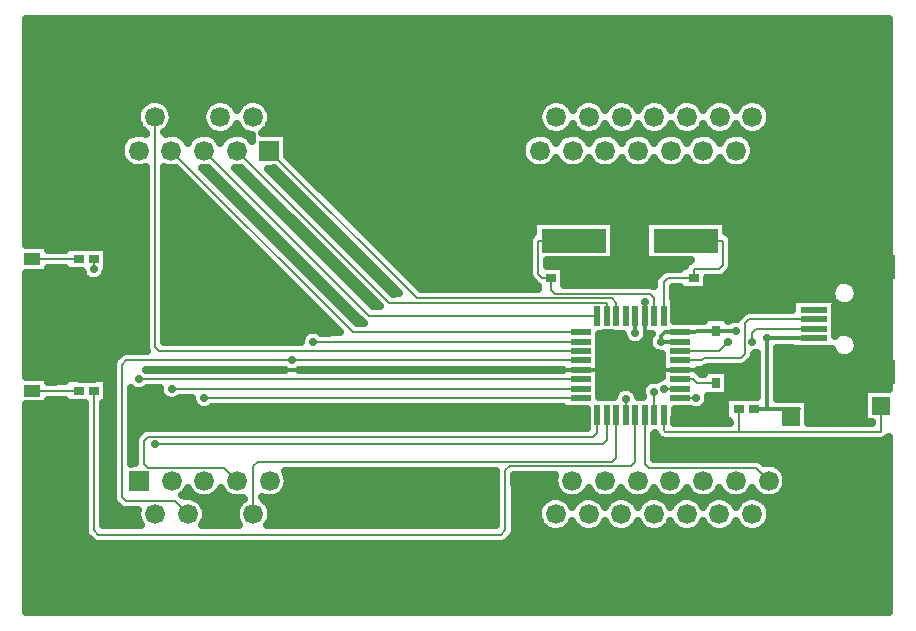
<source format=gbr>
G04 DipTrace 2.4.0.2*
%INTop.gbr*%
%MOIN*%
%ADD13C,0.0118*%
%ADD14C,0.0079*%
%ADD15C,0.025*%
%ADD16R,0.0276X0.0354*%
%ADD17R,0.0354X0.0276*%
%ADD18R,0.063X0.063*%
%ADD19C,0.063*%
%ADD21R,0.0906X0.0197*%
%ADD22R,0.0984X0.0787*%
%ADD23R,0.0571X0.0394*%
%ADD24R,0.0665X0.0665*%
%ADD25R,0.0591X0.0591*%
%ADD26C,0.0665*%
%ADD27C,0.1874*%
%ADD28C,0.189*%
%ADD30R,0.0197X0.0669*%
%ADD31R,0.0669X0.0197*%
%ADD33R,0.2165X0.0787*%
%ADD34C,0.0276*%
%FSLAX44Y44*%
G04*
G70*
G90*
G75*
G01*
%LNTop*%
%LPD*%
X22806Y12376D2*
D13*
X21749D1*
X24932Y14187D2*
Y14622D1*
X24936Y14626D1*
X26113Y12376D2*
X26874D1*
X26937Y12438D1*
X11935Y12376D2*
X13623D1*
X22806D2*
X23436D1*
X23561Y12251D1*
Y11751D1*
X24932Y14187D2*
Y13068D1*
X25499Y12501D1*
X26113Y12376D2*
X25624D1*
X25499Y12501D1*
X4499Y16062D2*
D14*
X5446D1*
X6062D1*
X4499Y11687D2*
X5446D1*
X6062D1*
X6574Y15727D2*
Y16062D1*
X24302Y11411D2*
Y10880D1*
X24617D2*
Y9315D1*
X24479Y9177D1*
X20430D1*
X20292Y9039D1*
Y7026D1*
X20154Y6888D1*
X6712D1*
X6574Y7026D1*
Y11687D1*
X26645Y11431D2*
X26113D1*
X25582Y11746D2*
X26113D1*
X25247Y11648D2*
Y10880D1*
X29062Y8687D2*
X28631Y9118D1*
X25070D1*
X24932Y9256D1*
Y10880D1*
X25562D2*
Y10375D1*
X25624Y10313D1*
X32812D1*
Y11188D1*
Y10313D2*
X28062D1*
Y11063D1*
X22806Y12691D2*
X13189D1*
X7644D1*
X7506Y12553D1*
Y8138D1*
X7644Y8000D1*
X9280D1*
X9711Y7569D1*
X12424Y19687D2*
X17353Y14758D1*
X23849D1*
X23987Y14620D1*
Y14187D1*
X11334Y19687D2*
X16401Y14620D1*
X23672D1*
Y14187D1*
X10243Y19687D2*
X15743Y14187D1*
X23357D1*
X9153Y19687D2*
X15204Y13636D1*
X22806D1*
X13882Y13321D2*
X22806D1*
X8607Y20805D2*
Y13144D1*
X8745Y13006D1*
X22806D1*
X8075Y12061D2*
X22806D1*
X9165Y11746D2*
X22806D1*
X10256Y11431D2*
X22806D1*
X11346Y8687D2*
X10915Y9118D1*
X8384D1*
X8246Y9256D1*
Y10014D1*
X8384Y10152D1*
X23220D1*
X23357Y10289D1*
Y10880D1*
X8620Y9915D2*
X23534D1*
X23672Y10053D1*
Y10880D1*
X11892Y7569D2*
Y9177D1*
X12030Y9315D1*
X23849D1*
X23987Y9453D1*
Y10880D1*
X26113Y12061D2*
X26546D1*
X26670Y11937D1*
X27312D1*
X30570Y14065D2*
X28417D1*
X28279Y13927D1*
Y12921D1*
X28142Y12783D1*
X26925D1*
X26833Y12691D1*
X26113D1*
X27706Y13293D2*
X27418Y13006D1*
X26113D1*
X28516Y13293D2*
Y13612D1*
X28653Y13750D1*
X30570D1*
X27984Y13687D2*
D13*
X27312D1*
X30570Y13435D2*
X29011D1*
X24617Y13596D2*
Y14187D1*
X25470Y13321D2*
X26113D1*
Y13636D2*
X25608D1*
X25470Y13498D1*
Y13321D1*
X27312Y13687D2*
X26676D1*
X26625Y13636D1*
X26113D1*
X29011Y13435D2*
Y11063D1*
X28574D1*
X30062D1*
X29812Y10813D1*
X22562Y16687D2*
D14*
X21381D1*
Y15575D1*
X21519Y15437D1*
X21812D1*
Y15033D1*
X21950Y14896D1*
X25109D1*
X25247Y14758D1*
Y14187D1*
X26302Y16687D2*
X27542D1*
Y15870D1*
X27405Y15732D1*
X26562D1*
Y15437D1*
X25700D1*
X25562Y15299D1*
Y14187D1*
D34*
X10872Y14938D3*
X8997D3*
Y18126D3*
Y16126D3*
X12562Y14937D3*
X12123Y16126D3*
X10497Y18876D3*
X12873Y16439D3*
X12935Y17501D3*
X11623Y18876D3*
X12748D3*
X13560Y18064D3*
X16623Y15001D3*
X15935Y14563D3*
X15248Y14126D3*
X13560Y16939D3*
X21749Y12376D3*
X17873D3*
X13623D3*
X11935D3*
X8560D3*
X8622Y11438D3*
Y10438D3*
X9685Y11313D3*
Y10438D3*
X10685Y10750D3*
X11998D3*
X12935Y10625D3*
X17998D3*
X22936D3*
X6434Y16876D3*
X8997Y13438D3*
X11998D3*
X13498D3*
Y14813D3*
X24936Y14626D3*
X26187Y14938D3*
Y14063D3*
X26937Y12438D3*
X28624Y12938D3*
X27749Y10625D3*
X25937Y10688D3*
X22374Y18001D3*
X24874D3*
X24374Y15563D3*
X13560Y15813D3*
X4309Y24064D3*
X33062D3*
Y4312D3*
X4309D3*
X7810Y9250D3*
X25624Y18001D3*
X27999D3*
X25749Y9625D3*
X7872Y7375D3*
X6997Y8500D3*
X23561Y11751D3*
X24061Y13501D3*
X25499Y12501D3*
X6574Y15727D3*
X24302Y11411D3*
X26645Y11431D3*
X25582Y11746D3*
X25247Y11648D3*
X13189Y12691D3*
X13882Y13321D3*
X8075Y12061D3*
X9165Y11746D3*
X10256Y11431D3*
X8620Y9915D3*
X27706Y13293D3*
X28516D3*
X27984Y13687D3*
X29011Y13435D3*
X25470Y13321D3*
X24617Y13596D3*
X4337Y23813D2*
D15*
X33039D1*
X4337Y23565D2*
X33039D1*
X4337Y23316D2*
X33039D1*
X4337Y23067D2*
X33039D1*
X4337Y22819D2*
X33039D1*
X4337Y22570D2*
X33039D1*
X4337Y22321D2*
X33039D1*
X4337Y22073D2*
X33039D1*
X4337Y21824D2*
X33039D1*
X4337Y21575D2*
X33039D1*
X4337Y21326D2*
X8289D1*
X8925D2*
X10473D1*
X11105D2*
X11562D1*
X12194D2*
X21664D1*
X22300D2*
X22758D1*
X23390D2*
X23848D1*
X24480D2*
X24937D1*
X25569D2*
X26027D1*
X26663D2*
X27117D1*
X27753D2*
X28207D1*
X28843D2*
X33039D1*
X4337Y21078D2*
X8051D1*
X9163D2*
X10230D1*
X12437D2*
X21426D1*
X29081D2*
X33039D1*
X4337Y20829D2*
X7984D1*
X9230D2*
X10168D1*
X12499D2*
X21359D1*
X29148D2*
X33039D1*
X4337Y20580D2*
X8027D1*
X9187D2*
X10211D1*
X12456D2*
X21402D1*
X29105D2*
X33039D1*
X4337Y20332D2*
X8219D1*
X8995D2*
X10398D1*
X11179D2*
X11488D1*
X12269D2*
X21594D1*
X22370D2*
X22683D1*
X23464D2*
X23773D1*
X24554D2*
X24863D1*
X25644D2*
X25957D1*
X26733D2*
X27047D1*
X27823D2*
X28137D1*
X28913D2*
X33039D1*
X4337Y20083D2*
X7590D1*
X9624D2*
X9770D1*
X10714D2*
X10862D1*
X13046D2*
X20965D1*
X21909D2*
X22055D1*
X22999D2*
X23145D1*
X24089D2*
X24237D1*
X25183D2*
X25328D1*
X26273D2*
X26418D1*
X27362D2*
X27505D1*
X28452D2*
X33039D1*
X4337Y19834D2*
X7457D1*
X13046D2*
X20832D1*
X28585D2*
X33039D1*
X4337Y19586D2*
X7449D1*
X13046D2*
X20824D1*
X28593D2*
X33039D1*
X4337Y19337D2*
X7555D1*
X13230D2*
X20930D1*
X28491D2*
X33039D1*
X4337Y19088D2*
X8277D1*
X8937D2*
X9297D1*
X10206D2*
X10387D1*
X11296D2*
X11476D1*
X12386D2*
X12566D1*
X13480D2*
X33039D1*
X4337Y18840D2*
X8277D1*
X8937D2*
X9547D1*
X10456D2*
X10637D1*
X11546D2*
X11726D1*
X12636D2*
X12816D1*
X13726D2*
X33039D1*
X4337Y18591D2*
X8277D1*
X8937D2*
X9793D1*
X10702D2*
X10883D1*
X11796D2*
X11976D1*
X12886D2*
X13066D1*
X13976D2*
X33039D1*
X4337Y18342D2*
X8277D1*
X8937D2*
X10043D1*
X10952D2*
X11133D1*
X12042D2*
X12223D1*
X13132D2*
X13312D1*
X14226D2*
X33039D1*
X4337Y18094D2*
X8277D1*
X8937D2*
X10293D1*
X11202D2*
X11383D1*
X12292D2*
X12473D1*
X13382D2*
X13562D1*
X14472D2*
X33039D1*
X4337Y17845D2*
X8277D1*
X8937D2*
X10539D1*
X11448D2*
X11629D1*
X12542D2*
X12723D1*
X13632D2*
X13812D1*
X14722D2*
X33039D1*
X4337Y17596D2*
X8277D1*
X8937D2*
X10789D1*
X11698D2*
X11879D1*
X12788D2*
X12969D1*
X13878D2*
X14058D1*
X14972D2*
X33039D1*
X4337Y17347D2*
X8277D1*
X8937D2*
X11035D1*
X11948D2*
X12129D1*
X13038D2*
X13219D1*
X14128D2*
X14308D1*
X15218D2*
X33039D1*
X4337Y17099D2*
X8277D1*
X8937D2*
X11285D1*
X12194D2*
X12375D1*
X13288D2*
X13469D1*
X14378D2*
X14558D1*
X15468D2*
X21191D1*
X23933D2*
X24930D1*
X27675D2*
X33039D1*
X4337Y16850D2*
X8277D1*
X8937D2*
X11535D1*
X12444D2*
X12625D1*
X13534D2*
X13715D1*
X14624D2*
X14805D1*
X15718D2*
X21098D1*
X23933D2*
X24930D1*
X27823D2*
X33039D1*
X4337Y16601D2*
X8277D1*
X8937D2*
X11781D1*
X12694D2*
X12875D1*
X13784D2*
X13965D1*
X14874D2*
X15055D1*
X15964D2*
X21051D1*
X23933D2*
X24930D1*
X27870D2*
X33039D1*
X7042Y16353D2*
X8277D1*
X8937D2*
X12031D1*
X12941D2*
X13121D1*
X14034D2*
X14215D1*
X15124D2*
X15305D1*
X16214D2*
X21051D1*
X23933D2*
X24930D1*
X27870D2*
X33039D1*
X7042Y16104D2*
X8277D1*
X8937D2*
X12281D1*
X13191D2*
X13371D1*
X14280D2*
X14461D1*
X15370D2*
X15551D1*
X16464D2*
X21051D1*
X23933D2*
X24930D1*
X27870D2*
X33039D1*
X7042Y15855D2*
X8277D1*
X8937D2*
X12527D1*
X13441D2*
X13621D1*
X14530D2*
X14711D1*
X15620D2*
X15801D1*
X16710D2*
X21051D1*
X21710D2*
X26258D1*
X27870D2*
X33039D1*
X5073Y15607D2*
X6164D1*
X6983D2*
X8277D1*
X8937D2*
X12777D1*
X13687D2*
X13867D1*
X14780D2*
X14961D1*
X15870D2*
X16051D1*
X16960D2*
X21051D1*
X22280D2*
X25414D1*
X27733D2*
X33039D1*
X4337Y15358D2*
X6391D1*
X6757D2*
X8277D1*
X8937D2*
X13027D1*
X13937D2*
X14117D1*
X15026D2*
X15207D1*
X16116D2*
X16297D1*
X17210D2*
X21144D1*
X22280D2*
X25238D1*
X27030D2*
X31453D1*
X31733D2*
X33039D1*
X4337Y15109D2*
X8277D1*
X8937D2*
X13273D1*
X14187D2*
X14367D1*
X15276D2*
X15457D1*
X16366D2*
X16547D1*
X17456D2*
X21344D1*
X25890D2*
X26094D1*
X27030D2*
X31164D1*
X32023D2*
X33039D1*
X4337Y14861D2*
X8277D1*
X8937D2*
X13523D1*
X14433D2*
X14613D1*
X15526D2*
X15703D1*
X25890D2*
X31133D1*
X32054D2*
X33039D1*
X4337Y14612D2*
X8277D1*
X8937D2*
X13773D1*
X14683D2*
X14863D1*
X15773D2*
X15953D1*
X25948D2*
X29828D1*
X31925D2*
X33039D1*
X4337Y14363D2*
X8277D1*
X8937D2*
X14019D1*
X14933D2*
X15113D1*
X25948D2*
X28332D1*
X31312D2*
X33039D1*
X4337Y14115D2*
X8277D1*
X8937D2*
X14269D1*
X15179D2*
X15359D1*
X25948D2*
X26883D1*
X27741D2*
X28016D1*
X31312D2*
X33039D1*
X4337Y13866D2*
X8277D1*
X8937D2*
X14519D1*
X31312D2*
X33039D1*
X4337Y13617D2*
X8277D1*
X8937D2*
X13586D1*
X31761D2*
X33039D1*
X4337Y13368D2*
X8277D1*
X8937D2*
X13457D1*
X23429D2*
X24262D1*
X32026D2*
X33039D1*
X4337Y13120D2*
X8277D1*
X23429D2*
X25098D1*
X32054D2*
X33039D1*
X4337Y12871D2*
X7367D1*
X23429D2*
X25488D1*
X29358D2*
X31273D1*
X31913D2*
X33039D1*
X4337Y12622D2*
X7183D1*
X23429D2*
X25488D1*
X28437D2*
X28664D1*
X29358D2*
X33039D1*
X4337Y12374D2*
X7176D1*
X8355D2*
X12918D1*
X13460D2*
X22183D1*
X23429D2*
X25488D1*
X26737D2*
X26887D1*
X27741D2*
X28664D1*
X29358D2*
X33039D1*
X5073Y12125D2*
X7176D1*
X23429D2*
X25422D1*
X27741D2*
X28664D1*
X29358D2*
X33039D1*
X7042Y11876D2*
X7176D1*
X23429D2*
X24891D1*
X27741D2*
X28664D1*
X29358D2*
X33039D1*
X7042Y11628D2*
X7176D1*
X7835D2*
X8754D1*
X23429D2*
X23937D1*
X24667D2*
X24820D1*
X27741D2*
X28664D1*
X29358D2*
X32226D1*
X5073Y11379D2*
X5594D1*
X7042D2*
X7176D1*
X7835D2*
X8976D1*
X9355D2*
X9832D1*
X27069D2*
X27594D1*
X30417D2*
X32226D1*
X4337Y11130D2*
X6246D1*
X6901D2*
X7176D1*
X7835D2*
X9965D1*
X26937D2*
X27594D1*
X30417D2*
X32226D1*
X4337Y10882D2*
X6246D1*
X6901D2*
X7176D1*
X7835D2*
X22969D1*
X25948D2*
X27594D1*
X30417D2*
X32226D1*
X4337Y10633D2*
X6246D1*
X6901D2*
X7176D1*
X7835D2*
X22969D1*
X25948D2*
X27734D1*
X30417D2*
X32226D1*
X4337Y10384D2*
X6246D1*
X6901D2*
X7176D1*
X7835D2*
X8164D1*
X4337Y10135D2*
X6246D1*
X6901D2*
X7176D1*
X4337Y9887D2*
X6246D1*
X6901D2*
X7176D1*
X25261D2*
X33039D1*
X4337Y9638D2*
X6246D1*
X6901D2*
X7176D1*
X25261D2*
X33039D1*
X4337Y9389D2*
X6246D1*
X6901D2*
X7176D1*
X28792D2*
X33039D1*
X4337Y9141D2*
X6246D1*
X6901D2*
X7176D1*
X29476D2*
X33039D1*
X4337Y8892D2*
X6246D1*
X6901D2*
X7176D1*
X13023D2*
X19961D1*
X29648D2*
X33039D1*
X4337Y8643D2*
X6246D1*
X6901D2*
X7176D1*
X13058D2*
X19961D1*
X20620D2*
X21898D1*
X29683D2*
X33039D1*
X4337Y8395D2*
X6246D1*
X6901D2*
X7176D1*
X12983D2*
X19961D1*
X20620D2*
X21973D1*
X29608D2*
X33039D1*
X4337Y8146D2*
X6246D1*
X6901D2*
X7176D1*
X10534D2*
X11066D1*
X12714D2*
X19961D1*
X20620D2*
X21793D1*
X29339D2*
X33039D1*
X4337Y7897D2*
X6246D1*
X6901D2*
X7293D1*
X10233D2*
X11367D1*
X12417D2*
X19961D1*
X20620D2*
X21449D1*
X29042D2*
X33039D1*
X4337Y7649D2*
X6246D1*
X6901D2*
X8004D1*
X10327D2*
X11273D1*
X12507D2*
X19961D1*
X20620D2*
X21355D1*
X29132D2*
X33039D1*
X4337Y7400D2*
X6246D1*
X6901D2*
X8023D1*
X10308D2*
X11293D1*
X12491D2*
X19961D1*
X20620D2*
X21375D1*
X29116D2*
X33039D1*
X4337Y7151D2*
X6246D1*
X20620D2*
X21519D1*
X22425D2*
X22613D1*
X23515D2*
X23703D1*
X24608D2*
X24793D1*
X25698D2*
X25883D1*
X26788D2*
X26973D1*
X27878D2*
X28066D1*
X28968D2*
X33039D1*
X4337Y6903D2*
X6269D1*
X20597D2*
X33039D1*
X4337Y6654D2*
X6492D1*
X20374D2*
X33039D1*
X4337Y6405D2*
X33039D1*
X4337Y6156D2*
X33039D1*
X4337Y5908D2*
X33039D1*
X4337Y5659D2*
X33039D1*
X4337Y5410D2*
X33039D1*
X4337Y5162D2*
X33039D1*
X4337Y4913D2*
X33039D1*
X4337Y4664D2*
X33039D1*
X4337Y4416D2*
X33039D1*
X27034Y12379D2*
X27715D1*
Y11495D1*
X27039D1*
X27047Y11431D1*
X27028Y11308D1*
X26972Y11197D1*
X26885Y11108D1*
X26775Y11050D1*
X26652Y11028D1*
X26529Y11045D1*
X26463Y11068D1*
X25928D1*
X25925Y10616D1*
X27761Y10617D1*
X27754Y10660D1*
X27620D1*
Y11466D1*
X28504Y11462D1*
X28690Y11466D1*
X28687Y12688D1*
Y12926D1*
X28581Y12901D1*
X28544Y12770D1*
X28495Y12706D1*
X28357Y12568D1*
X28249Y12500D1*
X28142Y12479D1*
X27048Y12476D1*
X26978Y12424D1*
X26913Y12397D1*
X26833Y12387D1*
X26712D1*
X26709Y12328D1*
X26795Y12243D1*
X26909Y12245D1*
Y12379D1*
X27034D1*
Y14129D2*
X27715D1*
Y14008D1*
X27840Y14063D1*
X27961Y14089D1*
X28019Y14083D1*
X28064Y14142D1*
X28202Y14280D1*
X28310Y14349D1*
X28417Y14369D1*
X29851D1*
X29852Y14743D1*
X31192D1*
X31173Y14795D1*
X31152Y14917D1*
X31165Y15041D1*
X31213Y15156D1*
X31291Y15254D1*
X31393Y15325D1*
X31511Y15366D1*
X31635Y15371D1*
X31756Y15342D1*
X31865Y15281D1*
X31951Y15191D1*
X32009Y15081D1*
X32036Y14931D1*
X32018Y14808D1*
X31967Y14694D1*
X31886Y14600D1*
X31782Y14531D1*
X31663Y14495D1*
X31538Y14493D1*
X31418Y14526D1*
X31309Y14594D1*
X31288Y14493D1*
X31284Y14017D1*
X31288Y13613D1*
X31291Y13521D1*
X31393Y13593D1*
X31511Y13633D1*
X31635Y13639D1*
X31756Y13610D1*
X31865Y13548D1*
X31951Y13459D1*
X32009Y13349D1*
X32036Y13199D1*
X32018Y13076D1*
X31967Y12962D1*
X31886Y12867D1*
X31782Y12799D1*
X31663Y12762D1*
X31538Y12760D1*
X31418Y12793D1*
X31312Y12858D1*
X31228Y12951D1*
X31172Y13066D1*
X31038Y13072D1*
X29852D1*
Y13115D1*
X29445Y13111D1*
X29332D1*
X29335Y12560D1*
Y11392D1*
X30392Y11393D1*
Y10615D1*
X32511Y10617D1*
X32497Y10628D1*
X32252D1*
Y11748D1*
X33061D1*
X33062Y24062D1*
X4312D1*
Y16527D1*
X4824Y16524D1*
X5050D1*
Y16364D1*
X5622Y16366D1*
X5620Y16465D1*
X6504Y16461D1*
X6757Y16465D1*
X7016D1*
Y15659D1*
X6973D1*
X6957Y15604D1*
X6901Y15493D1*
X6814Y15404D1*
X6704Y15346D1*
X6581Y15325D1*
X6458Y15342D1*
X6346Y15395D1*
X6255Y15481D1*
X6195Y15590D1*
X6181Y15663D1*
X6132D1*
X5879Y15659D1*
X5620D1*
Y15757D1*
X5051Y15758D1*
X5050Y15600D1*
X4312D1*
Y12152D1*
X4824Y12149D1*
X5050D1*
Y11989D1*
X5622Y11991D1*
X5620Y12090D1*
X6504Y12086D1*
X6757Y12090D1*
X7016D1*
Y11284D1*
X6879D1*
X6878Y7191D1*
X8153Y7192D1*
X8075Y7324D1*
X8036Y7442D1*
X8022Y7566D1*
X8036Y7694D1*
X7644Y7696D1*
X7519Y7723D1*
X7428Y7785D1*
X7291Y7923D1*
X7222Y8030D1*
X7202Y8138D1*
Y12553D1*
X7229Y12678D1*
X7291Y12768D1*
X7428Y12906D1*
X7536Y12975D1*
X7644Y12995D1*
X8343D1*
X8314Y13064D1*
X8303Y13144D1*
Y19140D1*
X8126Y19093D1*
X8001D1*
X7879Y19118D1*
X7765Y19169D1*
X7663Y19242D1*
X7580Y19334D1*
X7517Y19442D1*
X7478Y19561D1*
X7464Y19685D1*
X7477Y19809D1*
X7515Y19928D1*
X7577Y20036D1*
X7660Y20129D1*
X7760Y20203D1*
X7874Y20254D1*
X7996Y20281D1*
X8121Y20282D1*
X8243Y20257D1*
X8304Y20230D1*
X8303Y20288D1*
X8209Y20360D1*
X8125Y20452D1*
X8062Y20560D1*
X8023Y20679D1*
X8010Y20803D1*
X8022Y20927D1*
X8060Y21046D1*
X8122Y21154D1*
X8205Y21247D1*
X8306Y21321D1*
X8419Y21372D1*
X8541Y21399D1*
X8666Y21400D1*
X8788Y21375D1*
X8903Y21325D1*
X9004Y21252D1*
X9088Y21160D1*
X9151Y21052D1*
X9191Y20934D1*
X9205Y20805D1*
X9192Y20681D1*
X9153Y20562D1*
X9091Y20454D1*
X9008Y20361D1*
X8910Y20290D1*
X8965Y20254D1*
X9087Y20281D1*
X9211Y20282D1*
X9334Y20257D1*
X9448Y20207D1*
X9549Y20134D1*
X9633Y20042D1*
X9698Y19930D1*
X9758Y20036D1*
X9841Y20129D1*
X9942Y20203D1*
X10055Y20254D1*
X10177Y20281D1*
X10302Y20282D1*
X10424Y20257D1*
X10538Y20207D1*
X10640Y20134D1*
X10724Y20042D1*
X10788Y19930D1*
X10849Y20036D1*
X10932Y20129D1*
X11032Y20203D1*
X11146Y20254D1*
X11268Y20281D1*
X11392Y20282D1*
X11515Y20257D1*
X11629Y20207D1*
X11730Y20134D1*
X11828Y20018D1*
X11827Y20210D1*
X11696Y20236D1*
X11582Y20287D1*
X11480Y20360D1*
X11397Y20452D1*
X11333Y20564D1*
X11272Y20454D1*
X11189Y20361D1*
X11088Y20288D1*
X10974Y20237D1*
X10852Y20211D1*
X10727D1*
X10605Y20236D1*
X10491Y20287D1*
X10390Y20360D1*
X10306Y20452D1*
X10243Y20560D1*
X10204Y20679D1*
X10191Y20803D1*
X10203Y20927D1*
X10241Y21046D1*
X10303Y21154D1*
X10386Y21247D1*
X10487Y21321D1*
X10601Y21372D1*
X10722Y21399D1*
X10847Y21400D1*
X10969Y21375D1*
X11084Y21325D1*
X11185Y21252D1*
X11269Y21160D1*
X11334Y21049D1*
X11394Y21154D1*
X11477Y21247D1*
X11577Y21321D1*
X11691Y21372D1*
X11813Y21399D1*
X11938Y21400D1*
X12060Y21375D1*
X12174Y21325D1*
X12276Y21252D1*
X12360Y21160D1*
X12423Y21052D1*
X12462Y20934D1*
X12477Y20805D1*
X12464Y20681D1*
X12425Y20562D1*
X12363Y20454D1*
X12279Y20361D1*
X12168Y20283D1*
X13022Y20285D1*
Y19523D1*
X14761Y17781D1*
X17481Y15060D1*
X21373Y15062D1*
X21368Y15173D1*
X21304Y15222D1*
X21166Y15360D1*
X21097Y15467D1*
X21077Y15575D1*
Y16687D1*
X21102Y16809D1*
X21194Y16926D1*
X21214Y17028D1*
Y17346D1*
X23910D1*
Y16028D1*
X21687D1*
X21685Y15839D1*
X22254Y15840D1*
Y15203D1*
X23200Y15200D1*
X25109D1*
X25234Y15172D1*
X25258Y15187D1*
Y15299D1*
X25285Y15424D1*
X25347Y15514D1*
X25485Y15652D1*
X25592Y15721D1*
X25700Y15741D1*
X26118D1*
X26120Y15840D1*
X26280D1*
X26355Y15955D1*
X26485Y16026D1*
X24955Y16028D1*
Y17346D1*
X27650D1*
Y16975D1*
X27765Y16894D1*
X27836Y16767D1*
X27847Y16687D1*
Y15870D1*
X27819Y15745D1*
X27757Y15655D1*
X27620Y15517D1*
X27512Y15448D1*
X27405Y15428D1*
X27002D1*
X27004Y15034D1*
X26120D1*
Y15132D1*
X25863Y15133D1*
X25866Y14787D1*
X25925D1*
Y14001D1*
X26588Y13999D1*
X26676Y14011D1*
X26907D1*
X26909Y14129D1*
X27034D1*
X5050Y11379D2*
Y11225D1*
X4312D1*
Y4312D1*
X33062D1*
Y10136D1*
X33019Y10090D1*
X32909Y10025D1*
X32812Y10009D1*
X25624D1*
X25499Y10036D1*
X25424Y10083D1*
X25310Y10205D1*
X25281Y10258D1*
X25236Y10255D1*
Y9423D1*
X28631Y9422D1*
X28756Y9395D1*
X28846Y9333D1*
X28915Y9264D1*
X28996Y9281D1*
X29121Y9282D1*
X29243Y9257D1*
X29357Y9207D1*
X29459Y9134D1*
X29543Y9042D1*
X29606Y8934D1*
X29646Y8816D1*
X29660Y8687D1*
X29647Y8563D1*
X29608Y8444D1*
X29546Y8336D1*
X29462Y8243D1*
X29362Y8170D1*
X29248Y8119D1*
X29126Y8093D1*
X29001D1*
X28879Y8118D1*
X28765Y8169D1*
X28663Y8242D1*
X28580Y8334D1*
X28516Y8446D1*
X28455Y8336D1*
X28372Y8243D1*
X28271Y8170D1*
X28157Y8119D1*
X28035Y8093D1*
X27910D1*
X27788Y8118D1*
X27674Y8169D1*
X27573Y8242D1*
X27489Y8334D1*
X27425Y8446D1*
X27365Y8336D1*
X27281Y8243D1*
X27180Y8170D1*
X27066Y8119D1*
X26944Y8093D1*
X26820D1*
X26698Y8118D1*
X26584Y8169D1*
X26482Y8242D1*
X26399Y8334D1*
X26335Y8446D1*
X26274Y8336D1*
X26191Y8243D1*
X26090Y8170D1*
X25976Y8119D1*
X25854Y8093D1*
X25729D1*
X25607Y8118D1*
X25493Y8169D1*
X25392Y8242D1*
X25308Y8334D1*
X25244Y8446D1*
X25184Y8336D1*
X25100Y8243D1*
X24999Y8170D1*
X24885Y8119D1*
X24763Y8093D1*
X24639D1*
X24517Y8118D1*
X24402Y8169D1*
X24301Y8242D1*
X24217Y8334D1*
X24154Y8446D1*
X24093Y8336D1*
X24010Y8243D1*
X23909Y8170D1*
X23795Y8119D1*
X23673Y8093D1*
X23548D1*
X23426Y8118D1*
X23312Y8169D1*
X23211Y8242D1*
X23127Y8334D1*
X23063Y8446D1*
X23002Y8336D1*
X22919Y8243D1*
X22818Y8170D1*
X22704Y8119D1*
X22582Y8093D1*
X22458D1*
X22335Y8118D1*
X22221Y8169D1*
X22120Y8242D1*
X22036Y8334D1*
X21974Y8442D1*
X21935Y8561D1*
X21921Y8685D1*
X21934Y8809D1*
X21954Y8872D1*
X20593Y8873D1*
X20596Y8164D1*
Y7026D1*
X20569Y6901D1*
X20507Y6810D1*
X20369Y6673D1*
X20262Y6604D1*
X20154Y6584D1*
X6712D1*
X6587Y6611D1*
X6496Y6673D1*
X6359Y6810D1*
X6290Y6918D1*
X6270Y7026D1*
X6266Y11284D1*
X6132Y11288D1*
X5879Y11284D1*
X5620D1*
Y11382D1*
X5051Y11383D1*
X7809Y9285D2*
X7942D1*
Y10014D1*
X7969Y10139D1*
X8031Y10229D1*
X8169Y10367D1*
X8276Y10435D1*
X8384Y10456D1*
X22997D1*
X22994Y11066D1*
X22207Y11068D1*
Y11126D1*
X10521Y11127D1*
X10386Y11050D1*
X10263Y11028D1*
X10140Y11045D1*
X10028Y11099D1*
X9937Y11185D1*
X9877Y11294D1*
X9853Y11416D1*
X9857Y11443D1*
X9427Y11442D1*
X9296Y11365D1*
X9173Y11343D1*
X9050Y11360D1*
X8937Y11414D1*
X8847Y11500D1*
X8787Y11609D1*
X8763Y11731D1*
X8766Y11758D1*
X8341Y11757D1*
X8205Y11680D1*
X8082Y11658D1*
X7959Y11675D1*
X7847Y11729D1*
X7810Y11764D1*
Y9284D1*
X9709Y8441D2*
X9649Y8336D1*
X9566Y8243D1*
X9506Y8200D1*
X9645Y8163D1*
X9769Y8164D1*
X9892Y8138D1*
X10006Y8088D1*
X10107Y8016D1*
X10192Y7924D1*
X10255Y7816D1*
X10294Y7698D1*
X10308Y7569D1*
X10295Y7445D1*
X10257Y7326D1*
X10171Y7192D1*
X11426D1*
X11347Y7324D1*
X11308Y7442D1*
X11294Y7566D1*
X11307Y7691D1*
X11345Y7809D1*
X11407Y7918D1*
X11490Y8011D1*
X11587Y8083D1*
X11532Y8119D1*
X11410Y8093D1*
X11285D1*
X11163Y8118D1*
X11049Y8169D1*
X10948Y8242D1*
X10864Y8334D1*
X10800Y8446D1*
X10740Y8336D1*
X10656Y8243D1*
X10555Y8170D1*
X10441Y8119D1*
X10319Y8093D1*
X10195D1*
X10073Y8118D1*
X9958Y8169D1*
X9857Y8242D1*
X9774Y8334D1*
X9710Y8446D1*
X13022Y8563D2*
X12983Y8444D1*
X12921Y8336D1*
X12837Y8243D1*
X12736Y8170D1*
X12623Y8119D1*
X12501Y8093D1*
X12376D1*
X12254Y8118D1*
X12193Y8145D1*
X12288Y8016D1*
X12373Y7924D1*
X12436Y7816D1*
X12475Y7698D1*
X12489Y7569D1*
X12476Y7445D1*
X12438Y7326D1*
X12352Y7192D1*
X19989D1*
X19988Y9014D1*
X19599Y9011D1*
X12939D1*
X12981Y8934D1*
X13021Y8816D1*
X13035Y8687D1*
X13022Y8563D1*
X22518Y7323D2*
X22457Y7218D1*
X22374Y7125D1*
X22273Y7052D1*
X22159Y7001D1*
X22037Y6975D1*
X21912Y6974D1*
X21790Y7000D1*
X21676Y7051D1*
X21575Y7124D1*
X21491Y7216D1*
X21428Y7324D1*
X21389Y7442D1*
X21376Y7566D1*
X21388Y7691D1*
X21426Y7809D1*
X21488Y7918D1*
X21571Y8011D1*
X21672Y8085D1*
X21786Y8136D1*
X21907Y8163D1*
X22032Y8164D1*
X22154Y8138D1*
X22269Y8088D1*
X22370Y8016D1*
X22454Y7924D1*
X22519Y7812D1*
X22579Y7918D1*
X22662Y8011D1*
X22762Y8085D1*
X22876Y8136D1*
X22998Y8163D1*
X23123Y8164D1*
X23245Y8138D1*
X23359Y8088D1*
X23461Y8016D1*
X23545Y7924D1*
X23609Y7812D1*
X23669Y7918D1*
X23752Y8011D1*
X23853Y8085D1*
X23967Y8136D1*
X24089Y8163D1*
X24213Y8164D1*
X24336Y8138D1*
X24450Y8088D1*
X24551Y8016D1*
X24635Y7924D1*
X24700Y7812D1*
X24760Y7918D1*
X24843Y8011D1*
X24944Y8085D1*
X25057Y8136D1*
X25179Y8163D1*
X25304Y8164D1*
X25426Y8138D1*
X25540Y8088D1*
X25642Y8016D1*
X25726Y7924D1*
X25790Y7812D1*
X25850Y7918D1*
X25933Y8011D1*
X26034Y8085D1*
X26148Y8136D1*
X26270Y8163D1*
X26394Y8164D1*
X26517Y8138D1*
X26631Y8088D1*
X26732Y8016D1*
X26817Y7924D1*
X26881Y7812D1*
X26941Y7918D1*
X27024Y8011D1*
X27125Y8085D1*
X27238Y8136D1*
X27360Y8163D1*
X27485Y8164D1*
X27607Y8138D1*
X27721Y8088D1*
X27823Y8016D1*
X27907Y7924D1*
X27971Y7812D1*
X28032Y7918D1*
X28115Y8011D1*
X28215Y8085D1*
X28329Y8136D1*
X28451Y8163D1*
X28576Y8164D1*
X28698Y8138D1*
X28812Y8088D1*
X28913Y8016D1*
X28998Y7924D1*
X29061Y7816D1*
X29100Y7698D1*
X29114Y7569D1*
X29101Y7445D1*
X29063Y7326D1*
X29000Y7218D1*
X28917Y7125D1*
X28816Y7052D1*
X28702Y7001D1*
X28580Y6975D1*
X28456Y6974D1*
X28333Y7000D1*
X28219Y7051D1*
X28118Y7124D1*
X28034Y7216D1*
X27970Y7328D1*
X27910Y7218D1*
X27827Y7125D1*
X27726Y7052D1*
X27612Y7001D1*
X27490Y6975D1*
X27365Y6974D1*
X27243Y7000D1*
X27129Y7051D1*
X27028Y7124D1*
X26944Y7216D1*
X26880Y7328D1*
X26819Y7218D1*
X26736Y7125D1*
X26635Y7052D1*
X26521Y7001D1*
X26399Y6975D1*
X26274Y6974D1*
X26152Y7000D1*
X26038Y7051D1*
X25937Y7124D1*
X25853Y7216D1*
X25789Y7328D1*
X25729Y7218D1*
X25645Y7125D1*
X25545Y7052D1*
X25431Y7001D1*
X25309Y6975D1*
X25184Y6974D1*
X25062Y7000D1*
X24948Y7051D1*
X24847Y7124D1*
X24763Y7216D1*
X24699Y7328D1*
X24638Y7218D1*
X24555Y7125D1*
X24454Y7052D1*
X24340Y7001D1*
X24218Y6975D1*
X24093Y6974D1*
X23971Y7000D1*
X23857Y7051D1*
X23756Y7124D1*
X23672Y7216D1*
X23608Y7328D1*
X23548Y7218D1*
X23464Y7125D1*
X23363Y7052D1*
X23250Y7001D1*
X23128Y6975D1*
X23003Y6974D1*
X22881Y7000D1*
X22767Y7051D1*
X22665Y7124D1*
X22582Y7216D1*
X22518Y7328D1*
X28565Y19563D2*
X28526Y19444D1*
X28464Y19336D1*
X28381Y19243D1*
X28280Y19170D1*
X28166Y19119D1*
X28044Y19093D1*
X27919D1*
X27797Y19118D1*
X27683Y19169D1*
X27582Y19242D1*
X27498Y19334D1*
X27434Y19446D1*
X27374Y19336D1*
X27290Y19243D1*
X27189Y19170D1*
X27075Y19119D1*
X26953Y19093D1*
X26829D1*
X26706Y19118D1*
X26592Y19169D1*
X26491Y19242D1*
X26407Y19334D1*
X26343Y19446D1*
X26283Y19336D1*
X26200Y19243D1*
X26099Y19170D1*
X25985Y19119D1*
X25863Y19093D1*
X25738D1*
X25616Y19118D1*
X25502Y19169D1*
X25401Y19242D1*
X25317Y19334D1*
X25253Y19446D1*
X25192Y19336D1*
X25109Y19243D1*
X25008Y19170D1*
X24894Y19119D1*
X24772Y19093D1*
X24647D1*
X24525Y19118D1*
X24411Y19169D1*
X24310Y19242D1*
X24226Y19334D1*
X24162Y19446D1*
X24102Y19336D1*
X24018Y19243D1*
X23918Y19170D1*
X23804Y19119D1*
X23682Y19093D1*
X23557D1*
X23435Y19118D1*
X23321Y19169D1*
X23220Y19242D1*
X23136Y19334D1*
X23072Y19446D1*
X23011Y19336D1*
X22928Y19243D1*
X22827Y19170D1*
X22713Y19119D1*
X22591Y19093D1*
X22466D1*
X22344Y19118D1*
X22230Y19169D1*
X22129Y19242D1*
X22045Y19334D1*
X21981Y19446D1*
X21921Y19336D1*
X21837Y19243D1*
X21736Y19170D1*
X21623Y19119D1*
X21501Y19093D1*
X21376D1*
X21254Y19118D1*
X21140Y19169D1*
X21038Y19242D1*
X20955Y19334D1*
X20892Y19442D1*
X20853Y19561D1*
X20839Y19685D1*
X20852Y19809D1*
X20890Y19928D1*
X20952Y20036D1*
X21035Y20129D1*
X21135Y20203D1*
X21249Y20254D1*
X21371Y20281D1*
X21496Y20282D1*
X21618Y20257D1*
X21732Y20207D1*
X21834Y20134D1*
X21918Y20042D1*
X21982Y19930D1*
X22042Y20036D1*
X22125Y20129D1*
X22226Y20203D1*
X22340Y20254D1*
X22462Y20281D1*
X22586Y20282D1*
X22709Y20257D1*
X22823Y20207D1*
X22924Y20134D1*
X23008Y20042D1*
X23073Y19930D1*
X23133Y20036D1*
X23216Y20129D1*
X23317Y20203D1*
X23430Y20254D1*
X23552Y20281D1*
X23677Y20282D1*
X23799Y20257D1*
X23913Y20207D1*
X24015Y20134D1*
X24099Y20042D1*
X24163Y19930D1*
X24223Y20036D1*
X24307Y20129D1*
X24407Y20203D1*
X24521Y20254D1*
X24643Y20281D1*
X24767Y20282D1*
X24890Y20257D1*
X25004Y20207D1*
X25105Y20134D1*
X25190Y20042D1*
X25254Y19930D1*
X25314Y20036D1*
X25397Y20129D1*
X25498Y20203D1*
X25611Y20254D1*
X25733Y20281D1*
X25858Y20282D1*
X25980Y20257D1*
X26095Y20207D1*
X26196Y20134D1*
X26280Y20042D1*
X26345Y19930D1*
X26405Y20036D1*
X26488Y20129D1*
X26588Y20203D1*
X26702Y20254D1*
X26824Y20281D1*
X26949Y20282D1*
X27071Y20257D1*
X27185Y20207D1*
X27287Y20134D1*
X27371Y20042D1*
X27435Y19930D1*
X27495Y20036D1*
X27578Y20129D1*
X27679Y20203D1*
X27792Y20254D1*
X27914Y20281D1*
X28039Y20282D1*
X28161Y20257D1*
X28276Y20207D1*
X28377Y20134D1*
X28461Y20042D1*
X28524Y19934D1*
X28564Y19816D1*
X28578Y19687D1*
X28565Y19563D1*
X29110Y20681D2*
X29072Y20562D1*
X29009Y20454D1*
X28926Y20361D1*
X28825Y20288D1*
X28711Y20237D1*
X28589Y20211D1*
X28464D1*
X28342Y20236D1*
X28228Y20287D1*
X28127Y20360D1*
X28043Y20452D1*
X27979Y20564D1*
X27919Y20454D1*
X27835Y20361D1*
X27735Y20288D1*
X27621Y20237D1*
X27499Y20211D1*
X27374D1*
X27252Y20236D1*
X27138Y20287D1*
X27036Y20360D1*
X26953Y20452D1*
X26889Y20564D1*
X26828Y20454D1*
X26745Y20361D1*
X26644Y20288D1*
X26530Y20237D1*
X26408Y20211D1*
X26283D1*
X26161Y20236D1*
X26047Y20287D1*
X25946Y20360D1*
X25862Y20452D1*
X25798Y20564D1*
X25738Y20454D1*
X25654Y20361D1*
X25553Y20288D1*
X25440Y20237D1*
X25318Y20211D1*
X25193D1*
X25071Y20236D1*
X24957Y20287D1*
X24855Y20360D1*
X24772Y20452D1*
X24708Y20564D1*
X24647Y20454D1*
X24564Y20361D1*
X24463Y20288D1*
X24349Y20237D1*
X24227Y20211D1*
X24102D1*
X23980Y20236D1*
X23866Y20287D1*
X23765Y20360D1*
X23681Y20452D1*
X23617Y20564D1*
X23557Y20454D1*
X23473Y20361D1*
X23372Y20288D1*
X23258Y20237D1*
X23136Y20211D1*
X23012D1*
X22890Y20236D1*
X22775Y20287D1*
X22674Y20360D1*
X22590Y20452D1*
X22527Y20564D1*
X22466Y20454D1*
X22383Y20361D1*
X22282Y20288D1*
X22168Y20237D1*
X22046Y20211D1*
X21921D1*
X21799Y20236D1*
X21685Y20287D1*
X21584Y20360D1*
X21500Y20452D1*
X21437Y20560D1*
X21398Y20679D1*
X21385Y20803D1*
X21397Y20927D1*
X21435Y21046D1*
X21497Y21154D1*
X21580Y21247D1*
X21681Y21321D1*
X21794Y21372D1*
X21916Y21399D1*
X22041Y21400D1*
X22163Y21375D1*
X22278Y21325D1*
X22379Y21252D1*
X22463Y21160D1*
X22528Y21049D1*
X22588Y21154D1*
X22671Y21247D1*
X22771Y21321D1*
X22885Y21372D1*
X23007Y21399D1*
X23132Y21400D1*
X23254Y21375D1*
X23368Y21325D1*
X23470Y21252D1*
X23554Y21160D1*
X23618Y21049D1*
X23678Y21154D1*
X23761Y21247D1*
X23862Y21321D1*
X23975Y21372D1*
X24097Y21399D1*
X24222Y21400D1*
X24344Y21375D1*
X24459Y21325D1*
X24560Y21252D1*
X24644Y21160D1*
X24709Y21049D1*
X24769Y21154D1*
X24852Y21247D1*
X24952Y21321D1*
X25066Y21372D1*
X25188Y21399D1*
X25313Y21400D1*
X25435Y21375D1*
X25549Y21325D1*
X25651Y21252D1*
X25735Y21160D1*
X25799Y21049D1*
X25859Y21154D1*
X25942Y21247D1*
X26043Y21321D1*
X26157Y21372D1*
X26278Y21399D1*
X26403Y21400D1*
X26525Y21375D1*
X26640Y21325D1*
X26741Y21252D1*
X26825Y21160D1*
X26890Y21049D1*
X26950Y21154D1*
X27033Y21247D1*
X27133Y21321D1*
X27247Y21372D1*
X27369Y21399D1*
X27494Y21400D1*
X27616Y21375D1*
X27730Y21325D1*
X27832Y21252D1*
X27916Y21160D1*
X27980Y21049D1*
X28040Y21154D1*
X28123Y21247D1*
X28224Y21321D1*
X28338Y21372D1*
X28460Y21399D1*
X28584Y21400D1*
X28707Y21375D1*
X28821Y21325D1*
X28922Y21252D1*
X29006Y21160D1*
X29070Y21052D1*
X29109Y20934D1*
X29123Y20805D1*
X29110Y20681D1*
X12588Y19089D2*
X12362D1*
X16529Y14922D1*
X16756Y14924D1*
X12589Y19092D1*
X11477Y19110D2*
X11397Y19093D1*
X11269D1*
X15869Y14491D1*
X16097Y14493D1*
X11482Y19109D1*
X10387Y19110D2*
X10307Y19093D1*
X10178D1*
X15331Y13939D1*
X15567Y13940D1*
X15351Y14149D1*
X10393Y19107D1*
X9296Y19110D2*
X9216Y19093D1*
X9091D1*
X8969Y19118D1*
X8909Y19145D1*
X8912Y17930D1*
Y13309D1*
X13476Y13310D1*
X13494Y13429D1*
X13546Y13543D1*
X13629Y13635D1*
X13737Y13697D1*
X13859Y13723D1*
X13983Y13711D1*
X14097Y13661D1*
X14141Y13623D1*
X14784Y13625D1*
X9301Y19108D1*
X25161Y13587D2*
X25021D1*
X25001Y13473D1*
X24945Y13362D1*
X24858Y13273D1*
X24747Y13215D1*
X24625Y13194D1*
X24501Y13211D1*
X24389Y13265D1*
X24299Y13350D1*
X24239Y13459D1*
X24215Y13585D1*
X23939Y13587D1*
X23407D1*
X23406Y12958D1*
Y12328D1*
Y11698D1*
Y11481D1*
X23909Y11479D1*
X23914Y11520D1*
X23966Y11633D1*
X24050Y11725D1*
X24158Y11787D1*
X24279Y11813D1*
X24403Y11801D1*
X24518Y11752D1*
X24611Y11670D1*
X24675Y11563D1*
X24696Y11476D1*
X24882Y11479D1*
X24845Y11633D1*
X24859Y11757D1*
X24911Y11870D1*
X24995Y11962D1*
X25103Y12024D1*
X25224Y12050D1*
X25306Y12042D1*
X25437Y12122D1*
X25517Y12139D1*
X25514Y12424D1*
Y12920D1*
X25355Y12935D1*
X25242Y12989D1*
X25152Y13074D1*
X25092Y13184D1*
X25068Y13306D1*
X25083Y13429D1*
X25134Y13543D1*
X25153Y13563D1*
X24214Y13587D2*
X23624Y13591D1*
X23404Y13587D1*
X23402Y13272D1*
X23406Y12869D1*
X23402Y12643D1*
X23406Y12299D1*
X23404Y11479D1*
X23721Y11476D1*
X23874Y11479D1*
X13448Y12387D2*
X13426Y12366D1*
X22204Y12365D1*
X22181Y12387D1*
X13451D1*
X12927D2*
X8310D1*
X8450Y12365D1*
X12954D1*
D16*
X27312Y11937D3*
Y12449D3*
Y13687D3*
Y14199D3*
D17*
X21812Y15437D3*
X22324D3*
X26562D3*
X27074D3*
D18*
X29812Y10813D3*
D19*
Y9813D3*
D21*
X30570Y13435D3*
Y13750D3*
Y14065D3*
Y14380D3*
Y14695D3*
D22*
X30609Y12313D3*
Y15817D3*
X32775Y12313D3*
Y15817D3*
D23*
X4499Y16062D3*
Y16692D3*
Y11687D3*
Y12317D3*
D24*
X8075Y8687D3*
D25*
X32812Y11188D3*
D26*
X9165Y8687D3*
X10256D3*
X11346D3*
X12437D3*
X8620Y7569D3*
X9711D3*
X10801D3*
X11892D3*
D27*
X5337Y8128D3*
X15175D3*
D24*
X21428Y8687D3*
D26*
X22519D3*
X23609D3*
X24700D3*
X25790D3*
X26881D3*
X27971D3*
X29062D3*
X21973Y7569D3*
X23064D3*
X24155D3*
X25245D3*
X26336D3*
X27426D3*
X28517D3*
D28*
X18686Y8128D3*
X31804D3*
D24*
X29071Y19687D3*
D26*
X27980D3*
X26890D3*
X25799D3*
X24709D3*
X23618D3*
X22528D3*
X21437D3*
X28526Y20805D3*
X27435D3*
X26344D3*
X25254D3*
X24163D3*
X23073D3*
X21982D3*
D28*
X31813Y20246D3*
X18695D3*
D24*
X12424Y19687D3*
D26*
X11334D3*
X10243D3*
X9153D3*
X8062D3*
X11879Y20805D3*
X10788D3*
X9698D3*
X8607D3*
D27*
X15162Y20246D3*
X5324D3*
D17*
X6062Y16062D3*
X6574D3*
X6062Y11687D3*
X6574D3*
X28062Y11063D3*
X28574D3*
D30*
X25562Y14187D3*
X25247D3*
X24932D3*
X24617D3*
X24302D3*
X23987D3*
X23672D3*
X23357D3*
D31*
X22806Y13636D3*
Y13321D3*
Y13006D3*
Y12691D3*
Y12376D3*
Y12061D3*
Y11746D3*
Y11431D3*
D30*
X23357Y10880D3*
X23672D3*
X23987D3*
X24302D3*
X24617D3*
X24932D3*
X25247D3*
X25562D3*
D31*
X26113Y11431D3*
Y11746D3*
Y12061D3*
Y12376D3*
Y12691D3*
Y13006D3*
Y13321D3*
Y13636D3*
D33*
X22562Y16687D3*
X26302D3*
M02*

</source>
